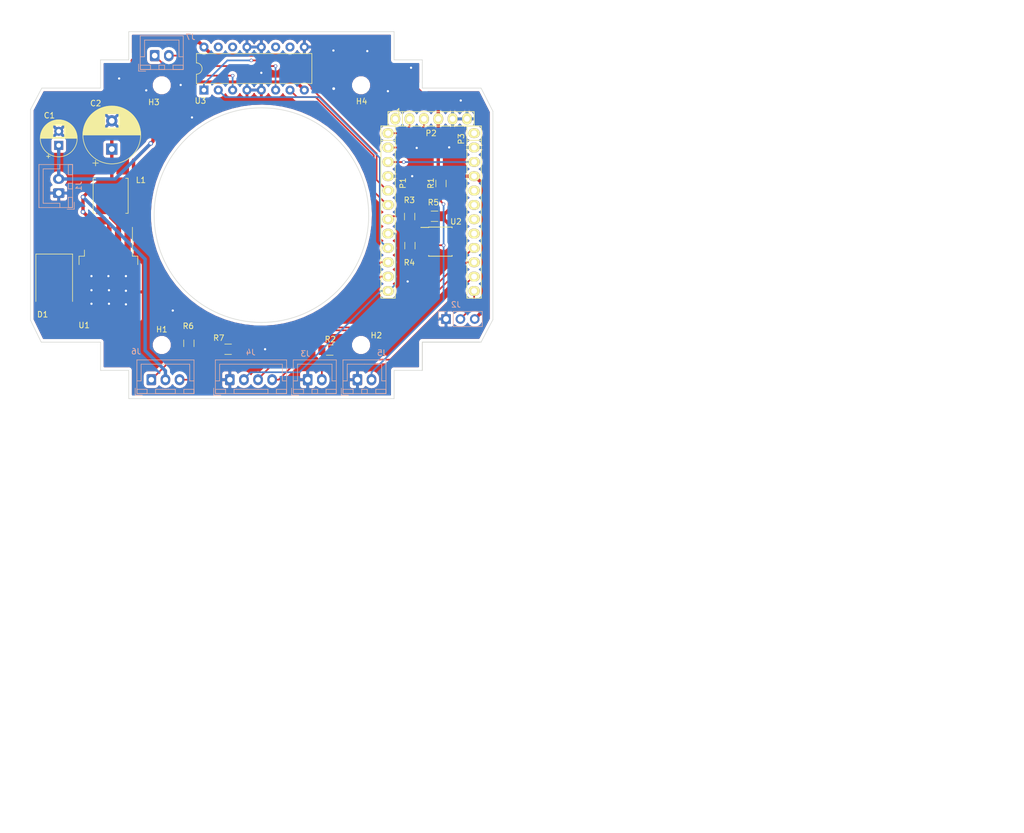
<source format=kicad_pcb>
(kicad_pcb (version 20171130) (host pcbnew 5.0.2-bee76a0~70~ubuntu18.04.1)
  (title_block (date "jeu. 02 avril 2015"))
  (layers (0 F.Cu signal) (31 B.Cu signal) (34 B.Paste user) (35 F.Paste user) (36 B.SilkS user) (37 F.SilkS user) (38 B.Mask user) (39 F.Mask user) (44 Edge.Cuts user))
  (net 0 "")
  (net 1 "/1(Tx)")
  (net 2 "/0(Rx)")
  (net 3 /Reset)
  (net 4 GND)
  (net 5 /2)
  (net 6 /4)
  (net 7 /7)
  (net 8 /8)
  (net 9 +5V)
  (net 10 +12V)
  (net 11 "Net-(D1-Pad1)")
  (net 12 "Net-(J3-Pad2)")
  (net 13 /13)
  (net 14 "Net-(J5-Pad2)")
  (net 15 /6)
  (net 16 /3)
  (net 17 "Net-(J7-Pad2)")
  (net 18 "Net-(J7-Pad1)")
  (net 19 /10)
  (net 20 /11)
  (net 21 /12)
  (net 22 "Net-(R3-Pad2)")
  (net 23 /5)
  (module Connector_JST:JST_XH_B02B-XH-A_1x02_P2.50mm_Vertical (layer B.Cu) (at 120 37.15)
    (fp_text reference J7 (at 6.35 -3.3) (layer B.SilkS) (effects (justify mirror)))
    (fp_text value JST_XH_2pin)
    (pad 1 thru_hole roundrect (at 0 0) (size 1.7 2) (drill 1) (layers *.Cu *.Mask) (roundrect_rratio 0.147059) (net 18 "Net-(J7-Pad1)"))
    (pad 2 thru_hole oval (at 2.5 0) (size 1.7 2) (drill 1) (layers *.Cu *.Mask) (net 17 "Net-(J7-Pad2)"))
  )
  (module Connector_JST:JST_XH_B02B-XH-A_1x02_P2.50mm_Vertical (layer B.Cu) (at 103 61.5 90)
    (fp_text reference J1 (at 1.25 3.55 90) (layer B.SilkS) (effects (justify mirror)))
    (fp_text value JST_XH_2pin)
    (pad 1 thru_hole roundrect (at 0 0 90) (size 1.7 2) (drill 1) (layers *.Cu *.Mask) (roundrect_rratio 0.147059) (net 4 GND))
    (pad 2 thru_hole oval (at 2.5 0 90) (size 1.7 2) (drill 1) (layers *.Cu *.Mask) (net 10 +12V))
  )
  (module Connector_JST:JST_XH_B02B-XH-A_1x02_P2.50mm_Vertical (layer B.Cu) (at 155.9 94.55)
    (fp_text reference J5 (at 4.35 -4.75) (layer B.SilkS) (effects (justify mirror)))
    (fp_text value JST_XH_2pin)
    (pad 2 thru_hole oval (at 2.5 0) (size 1.7 2) (drill 1) (layers *.Cu *.Mask) (net 14 "Net-(J5-Pad2)"))
    (pad 1 thru_hole roundrect (at 0 0) (size 1.7 2) (drill 1) (layers *.Cu *.Mask) (roundrect_rratio 0.147059) (net 4 GND))
  )
  (module Connector_JST:JST_XH_B02B-XH-A_1x02_P2.50mm_Vertical (layer B.Cu) (at 147.1 94.55)
    (fp_text reference J3 (at -0.4 -4.6) (layer B.SilkS) (effects (justify mirror)))
    (fp_text value JST_XH_2pin)
    (pad 2 thru_hole oval (at 2.5 0) (size 1.7 2) (drill 1) (layers *.Cu *.Mask) (net 12 "Net-(J3-Pad2)"))
    (pad 1 thru_hole roundrect (at 0 0) (size 1.7 2) (drill 1) (layers *.Cu *.Mask) (roundrect_rratio 0.147059) (net 4 GND))
  )
  (module Connector_JST:JST_XH_B04B-XH-A_1x04_P2.50mm_Vertical (layer B.Cu) (at 133.3 94.55)
    (fp_text reference J4 (at 3.7 -4.85) (layer B.SilkS) (effects (justify mirror)))
    (fp_text value JST_XH_4pin)
    (pad 4 thru_hole oval (at 7.5 0) (size 1.7 1.95) (drill 0.95) (layers *.Cu *.Mask) (net 21 /12))
    (pad 3 thru_hole oval (at 5 0) (size 1.7 1.95) (drill 0.95) (layers *.Cu *.Mask) (net 13 /13))
    (pad 2 thru_hole oval (at 2.5 0) (size 1.7 1.95) (drill 0.95) (layers *.Cu *.Mask) (net 23 /5))
    (pad 1 thru_hole roundrect (at 0 0) (size 1.7 1.95) (drill 0.95) (layers *.Cu *.Mask) (roundrect_rratio 0.147059) (net 4 GND))
  )
  (module Package_DIP:DIP-16_W7.62mm (layer F.Cu) (at 128.72 43.25 90)
    (fp_text reference U3 (at -1.9 -0.62 180) (layer F.SilkS))
    (fp_text value L293D)
    (pad 1 thru_hole rect (at 0 0 90) (size 1.6 1.6) (drill 0.8) (layers *.Cu *.Mask) (net 5 /2))
    (pad 9 thru_hole oval (at 7.62 17.78 90) (size 1.6 1.6) (drill 0.8) (layers *.Cu *.Mask) (net 4 GND))
    (pad 2 thru_hole oval (at 0 2.54 90) (size 1.6 1.6) (drill 0.8) (layers *.Cu *.Mask) (net 15 /6))
    (pad 10 thru_hole oval (at 7.62 15.24 90) (size 1.6 1.6) (drill 0.8) (layers *.Cu *.Mask))
    (pad 3 thru_hole oval (at 0 5.08 90) (size 1.6 1.6) (drill 0.8) (layers *.Cu *.Mask) (net 18 "Net-(J7-Pad1)"))
    (pad 11 thru_hole oval (at 7.62 12.7 90) (size 1.6 1.6) (drill 0.8) (layers *.Cu *.Mask))
    (pad 4 thru_hole oval (at 0 7.62 90) (size 1.6 1.6) (drill 0.8) (layers *.Cu *.Mask) (net 4 GND))
    (pad 12 thru_hole oval (at 7.62 10.16 90) (size 1.6 1.6) (drill 0.8) (layers *.Cu *.Mask) (net 4 GND))
    (pad 5 thru_hole oval (at 0 10.16 90) (size 1.6 1.6) (drill 0.8) (layers *.Cu *.Mask) (net 4 GND))
    (pad 13 thru_hole oval (at 7.62 7.62 90) (size 1.6 1.6) (drill 0.8) (layers *.Cu *.Mask) (net 4 GND))
    (pad 6 thru_hole oval (at 0 12.7 90) (size 1.6 1.6) (drill 0.8) (layers *.Cu *.Mask) (net 17 "Net-(J7-Pad2)"))
    (pad 14 thru_hole oval (at 7.62 5.08 90) (size 1.6 1.6) (drill 0.8) (layers *.Cu *.Mask))
    (pad 7 thru_hole oval (at 0 15.24 90) (size 1.6 1.6) (drill 0.8) (layers *.Cu *.Mask) (net 16 /3))
    (pad 15 thru_hole oval (at 7.62 2.54 90) (size 1.6 1.6) (drill 0.8) (layers *.Cu *.Mask))
    (pad 8 thru_hole oval (at 0 17.78 90) (size 1.6 1.6) (drill 0.8) (layers *.Cu *.Mask) (net 10 +12V))
    (pad 16 thru_hole oval (at 7.62 0 90) (size 1.6 1.6) (drill 0.8) (layers *.Cu *.Mask) (net 9 +5V))
  )
  (module Socket_Arduino_Pro_Mini:Socket_Strip_Arduino_1x12 (layer F.Cu) (at 161.33 50.89 270)
    (fp_text reference P1 (at 8.86 -2.62 270) (layer F.SilkS))
    (fp_text value Female_Header_12pin)
    (pad 1 thru_hole oval (at 0 0 270) (size 1.7272 2.032) (drill 1.016) (layers *.Cu *.Mask F.SilkS) (net 1 "/1(Tx)"))
    (pad 2 thru_hole oval (at 2.54 0 270) (size 1.7272 2.032) (drill 1.016) (layers *.Cu *.Mask F.SilkS) (net 2 "/0(Rx)"))
    (pad 3 thru_hole oval (at 5.08 0 270) (size 1.7272 2.032) (drill 1.016) (layers *.Cu *.Mask F.SilkS) (net 3 /Reset))
    (pad 4 thru_hole oval (at 7.62 0 270) (size 1.7272 2.032) (drill 1.016) (layers *.Cu *.Mask F.SilkS) (net 4 GND))
    (pad 5 thru_hole oval (at 10.16 0 270) (size 1.7272 2.032) (drill 1.016) (layers *.Cu *.Mask F.SilkS) (net 5 /2))
    (pad 6 thru_hole oval (at 12.7 0 270) (size 1.7272 2.032) (drill 1.016) (layers *.Cu *.Mask F.SilkS) (net 16 /3))
    (pad 7 thru_hole oval (at 15.24 0 270) (size 1.7272 2.032) (drill 1.016) (layers *.Cu *.Mask F.SilkS) (net 6 /4))
    (pad 8 thru_hole oval (at 17.78 0 270) (size 1.7272 2.032) (drill 1.016) (layers *.Cu *.Mask F.SilkS) (net 23 /5))
    (pad 9 thru_hole oval (at 20.32 0 270) (size 1.7272 2.032) (drill 1.016) (layers *.Cu *.Mask F.SilkS) (net 15 /6))
    (pad 10 thru_hole oval (at 22.86 0 270) (size 1.7272 2.032) (drill 1.016) (layers *.Cu *.Mask F.SilkS) (net 7 /7))
    (pad 11 thru_hole oval (at 25.4 0 270) (size 1.7272 2.032) (drill 1.016) (layers *.Cu *.Mask F.SilkS) (net 8 /8))
    (pad 12 thru_hole oval (at 27.94 0 270) (size 1.7272 2.032) (drill 1.016) (layers *.Cu *.Mask F.SilkS) (net 23 /5))
  )
  (module Socket_Arduino_Pro_Mini:Socket_Strip_Arduino_1x06 (layer F.Cu) (at 162.6 48.35)
    (fp_text reference P2 (at 6.35 2.54) (layer F.SilkS))
    (fp_text value Female_Header_6pin)
    (pad 1 thru_hole oval (at 0 0) (size 1.7272 2.032) (drill 1.016) (layers *.Cu *.Mask F.SilkS))
    (pad 2 thru_hole oval (at 2.54 0) (size 1.7272 2.032) (drill 1.016) (layers *.Cu *.Mask F.SilkS) (net 1 "/1(Tx)"))
    (pad 3 thru_hole oval (at 5.08 0) (size 1.7272 2.032) (drill 1.016) (layers *.Cu *.Mask F.SilkS) (net 2 "/0(Rx)"))
    (pad 4 thru_hole oval (at 7.62 0) (size 1.7272 2.032) (drill 1.016) (layers *.Cu *.Mask F.SilkS) (net 9 +5V))
    (pad 5 thru_hole oval (at 10.16 0) (size 1.7272 2.032) (drill 1.016) (layers *.Cu *.Mask F.SilkS) (net 4 GND))
    (pad 6 thru_hole oval (at 12.7 0) (size 1.7272 2.032) (drill 1.016) (layers *.Cu *.Mask F.SilkS) (net 4 GND))
  )
  (module Socket_Arduino_Pro_Mini:Socket_Strip_Arduino_1x12 (layer F.Cu) (at 176.57 50.89 270)
    (fp_text reference P3 (at 1.016 2.286 270) (layer F.SilkS))
    (fp_text value Female_Header_12pin)
    (pad 1 thru_hole oval (at 0 0 270) (size 1.7272 2.032) (drill 1.016) (layers *.Cu *.Mask F.SilkS))
    (pad 2 thru_hole oval (at 2.54 0 270) (size 1.7272 2.032) (drill 1.016) (layers *.Cu *.Mask F.SilkS) (net 4 GND))
    (pad 3 thru_hole oval (at 5.08 0 270) (size 1.7272 2.032) (drill 1.016) (layers *.Cu *.Mask F.SilkS) (net 3 /Reset))
    (pad 4 thru_hole oval (at 7.62 0 270) (size 1.7272 2.032) (drill 1.016) (layers *.Cu *.Mask F.SilkS) (net 9 +5V))
    (pad 5 thru_hole oval (at 10.16 0 270) (size 1.7272 2.032) (drill 1.016) (layers *.Cu *.Mask F.SilkS))
    (pad 6 thru_hole oval (at 12.7 0 270) (size 1.7272 2.032) (drill 1.016) (layers *.Cu *.Mask F.SilkS))
    (pad 7 thru_hole oval (at 15.24 0 270) (size 1.7272 2.032) (drill 1.016) (layers *.Cu *.Mask F.SilkS))
    (pad 8 thru_hole oval (at 17.78 0 270) (size 1.7272 2.032) (drill 1.016) (layers *.Cu *.Mask F.SilkS))
    (pad 9 thru_hole oval (at 20.32 0 270) (size 1.7272 2.032) (drill 1.016) (layers *.Cu *.Mask F.SilkS) (net 13 /13))
    (pad 10 thru_hole oval (at 22.86 0 270) (size 1.7272 2.032) (drill 1.016) (layers *.Cu *.Mask F.SilkS) (net 21 /12))
    (pad 11 thru_hole oval (at 25.4 0 270) (size 1.7272 2.032) (drill 1.016) (layers *.Cu *.Mask F.SilkS) (net 20 /11))
    (pad 12 thru_hole oval (at 27.94 0 270) (size 1.7272 2.032) (drill 1.016) (layers *.Cu *.Mask F.SilkS) (net 19 /10))
  )
  (module Package_SO:SOIC-8_3.9x4.9mm_P1.27mm (layer F.Cu) (at 170.6 70.1)
    (fp_text reference U2 (at 2.75 -3.55) (layer F.SilkS))
    (fp_text value LM393)
    (pad 1 smd rect (at -2.7 -1.905) (size 1.55 0.6) (layers F.Cu F.Paste F.Mask) (net 6 /4))
    (pad 2 smd rect (at -2.7 -0.635) (size 1.55 0.6) (layers F.Cu F.Paste F.Mask) (net 22 "Net-(R3-Pad2)"))
    (pad 3 smd rect (at -2.7 0.635) (size 1.55 0.6) (layers F.Cu F.Paste F.Mask) (net 14 "Net-(J5-Pad2)"))
    (pad 4 smd rect (at -2.7 1.905) (size 1.55 0.6) (layers F.Cu F.Paste F.Mask) (net 4 GND))
    (pad 5 smd rect (at 2.7 1.905) (size 1.55 0.6) (layers F.Cu F.Paste F.Mask) (net 4 GND))
    (pad 6 smd rect (at 2.7 0.635) (size 1.55 0.6) (layers F.Cu F.Paste F.Mask) (net 4 GND))
    (pad 7 smd rect (at 2.7 -0.635) (size 1.55 0.6) (layers F.Cu F.Paste F.Mask))
    (pad 8 smd rect (at 2.7 -1.905) (size 1.55 0.6) (layers F.Cu F.Paste F.Mask) (net 9 +5V))
  )
  (module Package_TO_SOT_SMD:TO-263-5_TabPin3 (layer F.Cu) (at 111.8 75.625 270)
    (fp_text reference U1 (at 9.275 4.3) (layer F.SilkS))
    (fp_text value LM2576R-5.0)
    (pad 1 smd rect (at -5.775 -3.4 270) (size 4.6 1.1) (layers F.Cu F.Paste F.Mask) (net 10 +12V))
    (pad 2 smd rect (at -5.775 -1.7 270) (size 4.6 1.1) (layers F.Cu F.Paste F.Mask) (net 11 "Net-(D1-Pad1)"))
    (pad 3 smd rect (at -5.775 0 270) (size 4.6 1.1) (layers F.Cu F.Paste F.Mask) (net 4 GND))
    (pad 4 smd rect (at -5.775 1.7 270) (size 4.6 1.1) (layers F.Cu F.Paste F.Mask) (net 9 +5V))
    (pad 5 smd rect (at -5.775 3.4 270) (size 4.6 1.1) (layers F.Cu F.Paste F.Mask) (net 4 GND))
    (pad 3 smd rect (at 3.375 0 270) (size 9.4 10.8) (layers F.Cu F.Mask) (net 4 GND))
  )
  (module Connector_PinHeader_2.54mm:PinHeader_1x03_P2.54mm_Vertical (layer B.Cu) (at 171.6 83.8 270)
    (fp_text reference J2 (at -2.55 -1.75 180) (layer B.SilkS) (effects (justify mirror)))
    (fp_text value Header_3pin_Male)
    (pad 1 thru_hole rect (at 0 0 270) (size 1.7 1.7) (drill 1) (layers *.Cu *.Mask) (net 4 GND))
    (pad 2 thru_hole oval (at 0 -2.54 270) (size 1.7 1.7) (drill 1) (layers *.Cu *.Mask) (net 19 /10))
    (pad 3 thru_hole oval (at 0 -5.08 270) (size 1.7 1.7) (drill 1) (layers *.Cu *.Mask) (net 9 +5V))
  )
  (module Inductor_SMD:L_Bourns_SRN6045TA (layer F.Cu) (at 112.2 61.975 90)
    (fp_text reference L1 (at 2.775 5.35 180) (layer F.SilkS))
    (fp_text value SRN6045-101M)
    (pad 1 smd rect (at -2.075 0 90) (size 2.35 5.1) (layers F.Cu F.Paste F.Mask) (net 11 "Net-(D1-Pad1)"))
    (pad 2 smd rect (at 2.075 0 90) (size 2.35 5.1) (layers F.Cu F.Paste F.Mask) (net 9 +5V))
  )
  (module Resistor_SMD:R_1206_3216Metric (layer F.Cu) (at 170.7 59.8 270)
    (fp_text reference R1 (at -0.05 1.8 270) (layer F.SilkS))
    (fp_text value 60K)
    (pad 1 smd roundrect (at -1.4 0 270) (size 1.25 1.75) (layers F.Cu F.Paste F.Mask) (roundrect_rratio 0.2) (net 9 +5V))
    (pad 2 smd roundrect (at 1.4 0 270) (size 1.25 1.75) (layers F.Cu F.Paste F.Mask) (roundrect_rratio 0.2) (net 14 "Net-(J5-Pad2)"))
  )
  (module Resistor_SMD:R_1206_3216Metric (layer F.Cu) (at 151 89.3 180)
    (fp_text reference R2 (at -0.1 1.9 180) (layer F.SilkS))
    (fp_text value 150R)
    (pad 2 smd roundrect (at 1.4 0 180) (size 1.25 1.75) (layers F.Cu F.Paste F.Mask) (roundrect_rratio 0.2) (net 12 "Net-(J3-Pad2)"))
    (pad 1 smd roundrect (at -1.4 0 180) (size 1.25 1.75) (layers F.Cu F.Paste F.Mask) (roundrect_rratio 0.2) (net 20 /11))
  )
  (module Resistor_SMD:R_1206_3216Metric (layer F.Cu) (at 165.15 65.65 270)
    (fp_text reference R3 (at -2.9 0.05) (layer F.SilkS))
    (fp_text value 100K)
    (pad 2 smd roundrect (at 1.4 0 270) (size 1.25 1.75) (layers F.Cu F.Paste F.Mask) (roundrect_rratio 0.2) (net 22 "Net-(R3-Pad2)"))
    (pad 1 smd roundrect (at -1.4 0 270) (size 1.25 1.75) (layers F.Cu F.Paste F.Mask) (roundrect_rratio 0.2) (net 9 +5V))
  )
  (module Resistor_SMD:R_1206_3216Metric (layer F.Cu) (at 165.2 70.8 270)
    (fp_text reference R4 (at 3 0.1) (layer F.SilkS))
    (fp_text value 100K)
    (pad 1 smd roundrect (at -1.4 0 270) (size 1.25 1.75) (layers F.Cu F.Paste F.Mask) (roundrect_rratio 0.2) (net 22 "Net-(R3-Pad2)"))
    (pad 2 smd roundrect (at 1.4 0 270) (size 1.25 1.75) (layers F.Cu F.Paste F.Mask) (roundrect_rratio 0.2) (net 4 GND))
  )
  (module Resistor_SMD:R_1206_3216Metric (layer F.Cu) (at 126.05 88.1 90)
    (fp_text reference R6 (at 3.05 -0.1 180) (layer F.SilkS))
    (fp_text value 100K)
    (pad 2 smd roundrect (at 1.4 0 90) (size 1.25 1.75) (layers F.Cu F.Paste F.Mask) (roundrect_rratio 0.2) (net 4 GND))
    (pad 1 smd roundrect (at -1.4 0 90) (size 1.25 1.75) (layers F.Cu F.Paste F.Mask) (roundrect_rratio 0.2) (net 7 /7))
  )
  (module Resistor_SMD:R_1206_3216Metric (layer F.Cu) (at 133 89.15)
    (fp_text reference R7 (at -1.65 -2) (layer F.SilkS))
    (fp_text value 100K)
    (pad 1 smd roundrect (at -1.4 0) (size 1.25 1.75) (layers F.Cu F.Paste F.Mask) (roundrect_rratio 0.2) (net 8 /8))
    (pad 2 smd roundrect (at 1.4 0) (size 1.25 1.75) (layers F.Cu F.Paste F.Mask) (roundrect_rratio 0.2) (net 4 GND))
  )
  (module Capacitor_THT:CP_Radial_D6.3mm_P2.50mm (layer F.Cu) (at 103 53.05 90)
    (fp_text reference C1 (at 5.3 -1.65 180) (layer F.SilkS))
    (fp_text value 100uF,25V)
    (pad 1 thru_hole rect (at 0 0 90) (size 1.6 1.6) (drill 0.8) (layers *.Cu *.Mask) (net 10 +12V))
    (pad 2 thru_hole circle (at 2.5 0 90) (size 1.6 1.6) (drill 0.8) (layers *.Cu *.Mask) (net 4 GND))
  )
  (module Capacitor_THT:CP_Radial_D10.0mm_P5.00mm (layer F.Cu) (at 112.4 53.7 90)
    (fp_text reference C2 (at 8.1 -2.85 180) (layer F.SilkS))
    (fp_text value 1000uF,16V)
    (pad 1 thru_hole rect (at 0 0 90) (size 2 2) (drill 1) (layers *.Cu *.Mask) (net 9 +5V))
    (pad 2 thru_hole circle (at 5 0 90) (size 2 2) (drill 1) (layers *.Cu *.Mask) (net 4 GND))
  )
  (module Diode_SMD:D_SMC (layer F.Cu) (at 102.2 77.1 270)
    (fp_text reference D1 (at 5.9 2.05) (layer F.SilkS))
    (fp_text value SS34)
    (pad 1 smd rect (at -3.4 0) (size 3.3 2.5) (layers F.Cu F.Paste F.Mask) (net 11 "Net-(D1-Pad1)"))
    (pad 2 smd rect (at 3.4 0) (size 3.3 2.5) (layers F.Cu F.Paste F.Mask) (net 4 GND))
  )
  (module Connector_JST:JST_XH_B03B-XH-A_1x03_P2.50mm_Vertical (layer B.Cu) (at 119.4 94.55)
    (fp_text reference J6 (at -2.7 -5) (layer B.SilkS) (effects (justify mirror)))
    (fp_text value JST_XH_3pin)
    (pad 1 thru_hole roundrect (at 0 0) (size 1.7 1.95) (drill 0.95) (layers *.Cu *.Mask) (roundrect_rratio 0.147059) (net 7 /7))
    (pad 2 thru_hole oval (at 2.5 0) (size 1.7 1.95) (drill 0.95) (layers *.Cu *.Mask) (net 9 +5V))
    (pad 3 thru_hole oval (at 5 0) (size 1.7 1.95) (drill 0.95) (layers *.Cu *.Mask) (net 8 /8))
  )
  (module Resistor_SMD:R_1206_3216Metric (layer F.Cu) (at 169.55 65.6 180)
    (fp_text reference R5 (at 0.2 2.45 180) (layer F.SilkS))
    (fp_text value 10K)
    (pad 1 smd roundrect (at -1.4 0 180) (size 1.25 1.75) (layers F.Cu F.Paste F.Mask) (roundrect_rratio 0.2) (net 9 +5V))
    (pad 2 smd roundrect (at 1.4 0 180) (size 1.25 1.75) (layers F.Cu F.Paste F.Mask) (roundrect_rratio 0.2) (net 6 /4))
  )
  (module MountingHole:MountingHole_2.2mm_M2_ISO7380 (layer F.Cu) (at 121.25 88.4)
    (fp_text reference H1 (at 0 -2.75) (layer F.SilkS))
    (fp_text value MountingHole)
    (pad 1 np_thru_hole circle (at 0 0) (size 2.2 2.2) (drill 2.2) (layers *.Cu *.Mask))
  )
  (module MountingHole:MountingHole_2.2mm_M2_ISO7380 (layer F.Cu) (at 156.55 88.4)
    (fp_text reference H2 (at 2.7 -1.7) (layer F.SilkS))
    (fp_text value MountingHole)
    (pad 1 np_thru_hole circle (at 0 0) (size 2.2 2.2) (drill 2.2) (layers *.Cu *.Mask))
  )
  (module MountingHole:MountingHole_2.2mm_M2_ISO7380 (layer F.Cu) (at 121.25 42.4)
    (fp_text reference H3 (at -1.4 3) (layer F.SilkS))
    (fp_text value MountingHole)
    (pad 1 np_thru_hole circle (at 0 0) (size 2.2 2.2) (drill 2.2) (layers *.Cu *.Mask))
  )
  (module MountingHole:MountingHole_2.2mm_M2_ISO7380 (layer F.Cu) (at 156.55 42.4)
    (fp_text reference H4 (at 0.1 2.85) (layer F.SilkS))
    (fp_text value MountingHole)
    (pad 1 np_thru_hole circle (at 0 0) (size 2.2 2.2) (drill 2.2) (layers *.Cu *.Mask))
  )
  (gr_line (start 179.9 83.9) (end 177.8 87.9) (layer Edge.Cuts) (width 0.1))
  (gr_line (start 98 84) (end 99.9 87.9) (layer Edge.Cuts) (width 0.1))
  (gr_line (start 100 42.9) (end 98 46.7) (layer Edge.Cuts) (width 0.1))
  (gr_line (start 177.8 42.9) (end 179.9 47) (layer Edge.Cuts) (width 0.1))
  (gr_line (start 115.4 92.9) (end 115.4 97.9) (layer Edge.Cuts) (width 0.1))
  (gr_line (start 110.4 92.9) (end 115.4 92.9) (layer Edge.Cuts) (width 0.1))
  (gr_line (start 110.4 87.9) (end 110.4 92.9) (layer Edge.Cuts) (width 0.1))
  (gr_line (start 99.9 87.9) (end 110.4 87.9) (layer Edge.Cuts) (width 0.1))
  (gr_line (start 162.4 97.9) (end 115.4 97.9) (layer Edge.Cuts) (width 0.1))
  (gr_line (start 162.4 92.9) (end 162.4 97.9) (layer Edge.Cuts) (width 0.1))
  (gr_line (start 167.4 92.9) (end 162.4 92.9) (layer Edge.Cuts) (width 0.1))
  (gr_line (start 167.4 87.9) (end 167.4 92.9) (layer Edge.Cuts) (width 0.15))
  (gr_line (start 167.4 87.9) (end 177.8 87.9) (layer Edge.Cuts) (width 0.15))
  (gr_line (start 167.4 42.9) (end 177.8 42.9) (layer Edge.Cuts) (width 0.1))
  (gr_line (start 167.4 42.6) (end 167.4 42.9) (layer Edge.Cuts) (width 0.1))
  (gr_line (start 167.4 41.8) (end 167.4 42.6) (layer Edge.Cuts) (width 0.1))
  (gr_line (start 167.4 37.9) (end 167.4 41.8) (layer Edge.Cuts) (width 0.1))
  (gr_line (start 110.4 42.9) (end 100 42.9) (layer Edge.Cuts) (width 0.1))
  (gr_line (start 110.4 37.9) (end 110.4 42.9) (layer Edge.Cuts) (width 0.1))
  (gr_line (start 179.9 83.9) (end 179.9 47) (layer Edge.Cuts) (width 0.1))
  (gr_line (start 98 84) (end 98 46.7) (layer Edge.Cuts) (width 0.1))
  (gr_line (start 162.4 37.9) (end 167.4 37.9) (layer Edge.Cuts) (width 0.1))
  (gr_line (start 162.4 32.9) (end 162.4 37.9) (layer Edge.Cuts) (width 0.1))
  (gr_line (start 115.4 32.9) (end 162.4 32.9) (layer Edge.Cuts) (width 0.1))
  (gr_line (start 115.4 33) (end 115.4 32.9) (layer Edge.Cuts) (width 0.1))
  (gr_line (start 115.4 37.9) (end 115.4 33) (layer Edge.Cuts) (width 0.1))
  (gr_line (start 110.4 37.9) (end 115.4 37.9) (layer Edge.Cuts) (width 0.1))
  (gr_circle (center 138.9 65.4) (end 157.9 65.5) (layer Edge.Cuts) (width 0.1))
  (gr_text 1 (at 163.232 47.047) (layer F.SilkS) (effects (font (size 1 1))))
  (segment (start 165.14 48.5024) (end 165.14 48.35) (width 0.3) (layer F.Cu) (net 1))
  (segment (start 162.646 50.89) (end 161.33 50.89) (width 0.3) (layer F.Cu) (net 1))
  (segment (start 163.916 50.89) (end 162.646 50.89) (width 0.3) (layer F.Cu) (net 1))
  (segment (start 165.14 49.666) (end 163.916 50.89) (width 0.3) (layer F.Cu) (net 1))
  (segment (start 165.14 48.35) (end 165.14 49.666) (width 0.3) (layer F.Cu) (net 1))
  (segment (start 167.68 48.5024) (end 167.68 48.35) (width 0.3) (layer F.Cu) (net 2))
  (segment (start 162.646 53.43) (end 161.33 53.43) (width 0.3) (layer F.Cu) (net 2))
  (segment (start 167.68 49.666) (end 163.916 53.43) (width 0.3) (layer F.Cu) (net 2))
  (segment (start 163.916 53.43) (end 162.646 53.43) (width 0.3) (layer F.Cu) (net 2))
  (segment (start 167.68 48.35) (end 167.68 49.666) (width 0.3) (layer F.Cu) (net 2))
  (segment (start 175.254 55.97) (end 175.224 56) (width 0.3) (layer B.Cu) (net 3))
  (segment (start 176.57 55.97) (end 175.254 55.97) (width 0.3) (layer B.Cu) (net 3))
  (via (at 164.1 56) (size 0.6) (drill 0.4) (layers F.Cu B.Cu) (net 3))
  (segment (start 175.224 56) (end 164.1 56) (width 0.3) (layer B.Cu) (net 3))
  (segment (start 161.36 56) (end 161.33 55.97) (width 0.3) (layer F.Cu) (net 3))
  (segment (start 164.1 56) (end 161.36 56) (width 0.3) (layer F.Cu) (net 3))
  (via (at 114.9 81.2) (size 0.6) (drill 0.4) (layers F.Cu B.Cu) (net 4))
  (via (at 111.9 81.1) (size 0.6) (drill 0.4) (layers F.Cu B.Cu) (net 4))
  (via (at 108.8 81.1) (size 0.6) (drill 0.4) (layers F.Cu B.Cu) (net 4))
  (via (at 114.9 78.8) (size 0.6) (drill 0.4) (layers F.Cu B.Cu) (net 4))
  (via (at 111.9 78.7) (size 0.6) (drill 0.4) (layers F.Cu B.Cu) (net 4))
  (via (at 108.8 78.7) (size 0.6) (drill 0.4) (layers F.Cu B.Cu) (net 4))
  (via (at 114.9 76.2) (size 0.6) (drill 0.4) (layers F.Cu B.Cu) (net 4))
  (via (at 111.8 76.2) (size 0.6) (drill 0.4) (layers F.Cu B.Cu) (net 4))
  (via (at 108.8 76.2) (size 0.6) (drill 0.4) (layers F.Cu B.Cu) (net 4))
  (via (at 126.6 48.1) (size 0.6) (drill 0.4) (layers F.Cu B.Cu) (net 4))
  (via (at 118.5 43.3) (size 0.6) (drill 0.4) (layers F.Cu B.Cu) (net 4))
  (segment (start 108.4 72.75) (end 108.4 69.85) (width 0.6) (layer F.Cu) (net 4))
  (segment (start 111.799999 72.750001) (end 108.4 72.75) (width 0.6) (layer F.Cu) (net 4))
  (segment (start 111.8 69.85) (end 111.799999 72.750001) (width 0.6) (layer F.Cu) (net 4))
  (via (at 151.65 36.25) (size 0.6) (drill 0.4) (layers F.Cu B.Cu) (net 4))
  (via (at 161.3 43.45) (size 0.6) (drill 0.4) (layers F.Cu B.Cu) (net 4))
  (via (at 157.65 36.35) (size 0.6) (drill 0.4) (layers F.Cu B.Cu) (net 4))
  (via (at 151.7 43) (size 0.8) (drill 0.5) (layers F.Cu B.Cu) (net 4))
  (via (at 165.6 58.5) (size 0.6) (drill 0.4) (layers F.Cu B.Cu) (net 4))
  (via (at 139.55 89.15) (size 0.6) (drill 0.4) (layers F.Cu B.Cu) (net 4))
  (via (at 123.2 82.3) (size 0.6) (drill 0.4) (layers F.Cu B.Cu) (net 4))
  (via (at 166.4 53.5) (size 0.6) (drill 0.4) (layers F.Cu B.Cu) (net 4))
  (via (at 164.8 77.15) (size 0.6) (drill 0.4) (layers F.Cu B.Cu) (net 4))
  (via (at 113.7 41.2) (size 0.6) (drill 0.4) (layers F.Cu B.Cu) (net 4))
  (via (at 165.4 39.3) (size 0.6) (drill 0.4) (layers F.Cu B.Cu) (net 4))
  (segment (start 138.88 40.2) (end 138.88 35.63) (width 0.6) (layer B.Cu) (net 4))
  (via (at 138.88 40.2) (size 0.6) (drill 0.4) (layers F.Cu B.Cu) (net 4))
  (via (at 124.6 42.35) (size 0.6) (drill 0.4) (layers F.Cu B.Cu) (net 4))
  (via (at 174.2 45.1) (size 0.6) (drill 0.4) (layers F.Cu B.Cu) (net 4))
  (via (at 172.15 53.4) (size 0.6) (drill 0.4) (layers F.Cu B.Cu) (net 4))
  (segment (start 138.88 43.25) (end 138.88 40.2) (width 0.6) (layer B.Cu) (net 4))
  (via (at 137.1 38) (size 0.6) (drill 0.4) (layers F.Cu B.Cu) (net 5))
  (segment (start 136.675736 38) (end 137.1 38) (width 0.3) (layer B.Cu) (net 5))
  (segment (start 128.72 43.25) (end 128.72 42.15) (width 0.3) (layer B.Cu) (net 5))
  (segment (start 132.87 38) (end 136.675736 38) (width 0.3) (layer B.Cu) (net 5))
  (segment (start 128.72 42.15) (end 132.87 38) (width 0.3) (layer B.Cu) (net 5))
  (segment (start 161.33 61.05) (end 161.1776 61.05) (width 0.3) (layer F.Cu) (net 5))
  (segment (start 161.1776 61.05) (end 159.3 59.1724) (width 0.3) (layer F.Cu) (net 5))
  (segment (start 147.775012 42.975012) (end 159.3 54.5) (width 0.3) (layer F.Cu) (net 5))
  (segment (start 147.775012 42.67501) (end 147.775012 42.975012) (width 0.3) (layer F.Cu) (net 5))
  (segment (start 143.100002 38) (end 147.775012 42.67501) (width 0.3) (layer F.Cu) (net 5))
  (segment (start 137.1 38) (end 143.100002 38) (width 0.3) (layer F.Cu) (net 5))
  (segment (start 159.3 59.1724) (end 159.3 54.5) (width 0.3) (layer F.Cu) (net 5))
  (segment (start 161.4824 66.13) (end 161.33 66.13) (width 0.3) (layer B.Cu) (net 6))
  (segment (start 161.86 65.6) (end 161.33 66.13) (width 0.3) (layer F.Cu) (net 6))
  (segment (start 168.15 65.6) (end 161.86 65.6) (width 0.3) (layer F.Cu) (net 6))
  (segment (start 168.15 67.945) (end 167.9 68.195) (width 0.3) (layer F.Cu) (net 6))
  (segment (start 168.15 65.6) (end 168.15 67.945) (width 0.3) (layer F.Cu) (net 6))
  (segment (start 119.5 94.45) (end 119.4 94.55) (width 0.3) (layer F.Cu) (net 7))
  (segment (start 124.45 89.5) (end 119.4 94.55) (width 0.3) (layer F.Cu) (net 7))
  (segment (start 126.05 89.5) (end 124.45 89.5) (width 0.3) (layer F.Cu) (net 7))
  (segment (start 126.74571 88.80429) (end 126.05 89.5) (width 0.3) (layer F.Cu) (net 7))
  (segment (start 127.72501 87.82499) (end 126.74571 88.80429) (width 0.3) (layer F.Cu) (net 7))
  (segment (start 146.84291 84.29997) (end 143.31789 87.82499) (width 0.3) (layer F.Cu) (net 7))
  (segment (start 149.46403 84.29997) (end 146.84291 84.29997) (width 0.3) (layer F.Cu) (net 7))
  (segment (start 160.014 73.75) (end 149.46403 84.29997) (width 0.3) (layer F.Cu) (net 7))
  (segment (start 143.31789 87.82499) (end 127.72501 87.82499) (width 0.3) (layer F.Cu) (net 7))
  (segment (start 161.33 73.75) (end 160.014 73.75) (width 0.3) (layer F.Cu) (net 7))
  (segment (start 161.1776 76.29) (end 161.33 76.29) (width 0.3) (layer F.Cu) (net 8))
  (segment (start 161.33 76.29) (end 161.4824 76.29) (width 0.3) (layer F.Cu) (net 8))
  (segment (start 126.2 94.55) (end 131.6 89.15) (width 0.3) (layer F.Cu) (net 8))
  (segment (start 124.4 94.55) (end 126.2 94.55) (width 0.3) (layer F.Cu) (net 8))
  (segment (start 161.33 76.29) (end 160.014 76.29) (width 0.3) (layer F.Cu) (net 8))
  (segment (start 151.50402 84.79998) (end 147.05002 84.79998) (width 0.3) (layer F.Cu) (net 8))
  (segment (start 160.014 76.29) (end 151.50402 84.79998) (width 0.3) (layer F.Cu) (net 8))
  (segment (start 132.92501 90.47501) (end 132.29571 89.84571) (width 0.3) (layer F.Cu) (net 8))
  (segment (start 132.29571 89.84571) (end 131.6 89.15) (width 0.3) (layer F.Cu) (net 8))
  (segment (start 141.37499 90.47501) (end 132.92501 90.47501) (width 0.3) (layer F.Cu) (net 8))
  (segment (start 147.05002 84.79998) (end 141.37499 90.47501) (width 0.3) (layer F.Cu) (net 8))
  (segment (start 110.1 71.810002) (end 110.1 69.85) (width 0.5) (layer F.Cu) (net 9))
  (segment (start 110.1 67.889998) (end 110.1 69.85) (width 0.5) (layer F.Cu) (net 9))
  (segment (start 112.2 59.9) (end 110.825 59.9) (width 0.6) (layer F.Cu) (net 9))
  (segment (start 113.575 59.9) (end 112.2 59.9) (width 0.6) (layer F.Cu) (net 9))
  (via (at 107.3 62.2) (size 0.8) (drill 0.5) (layers F.Cu B.Cu) (net 9))
  (segment (start 112.2 59.9) (end 109.6 59.9) (width 0.6) (layer F.Cu) (net 9))
  (segment (start 109.6 59.9) (end 107.3 62.2) (width 0.6) (layer F.Cu) (net 9))
  (segment (start 110.1 67.619998) (end 110.1 69.85) (width 0.6) (layer F.Cu) (net 9))
  (segment (start 107.3 62.2) (end 107.3 64.819998) (width 0.6) (layer F.Cu) (net 9))
  (segment (start 107.3 64.819998) (end 110.1 67.619998) (width 0.6) (layer F.Cu) (net 9))
  (via (at 107.3 64.819998) (size 0.8) (drill 0.5) (layers F.Cu B.Cu) (net 9))
  (segment (start 170.22 47.735) (end 170.22 48.35) (width 0.6) (layer F.Cu) (net 9))
  (segment (start 174.734999 58.290999) (end 174.954 58.51) (width 0.6) (layer F.Cu) (net 9))
  (segment (start 170.22 48.35) (end 170.22 48.5024) (width 0.6) (layer F.Cu) (net 9))
  (segment (start 170.22 57.32) (end 171.3 58.4) (width 0.6) (layer F.Cu) (net 9))
  (segment (start 170.22 48.35) (end 170.22 57.32) (width 0.6) (layer F.Cu) (net 9))
  (segment (start 174.954 58.51) (end 176.57 58.51) (width 0.6) (layer F.Cu) (net 9))
  (segment (start 174.14829 57.70429) (end 174.954 58.51) (width 0.6) (layer F.Cu) (net 9))
  (segment (start 171.39571 57.70429) (end 174.14829 57.70429) (width 0.6) (layer F.Cu) (net 9))
  (segment (start 170.7 58.4) (end 171.39571 57.70429) (width 0.6) (layer F.Cu) (net 9))
  (segment (start 176.57 58.51) (end 176.7224 58.51) (width 0.6) (layer F.Cu) (net 9))
  (segment (start 176.7224 58.51) (end 178.186 59.9736) (width 0.6) (layer F.Cu) (net 9))
  (segment (start 177.529999 82.950001) (end 176.68 83.8) (width 0.6) (layer F.Cu) (net 9))
  (segment (start 178.18601 82.29399) (end 177.529999 82.950001) (width 0.6) (layer F.Cu) (net 9))
  (segment (start 178.18601 73.143753) (end 178.18601 82.29399) (width 0.6) (layer F.Cu) (net 9))
  (segment (start 178.186 73.143743) (end 178.18601 73.143753) (width 0.6) (layer F.Cu) (net 9))
  (segment (start 178.186 59.9736) (end 178.186 73.143743) (width 0.6) (layer F.Cu) (net 9))
  (segment (start 112.4 59.7) (end 112.2 59.9) (width 0.6) (layer F.Cu) (net 9))
  (segment (start 112.4 52.1) (end 112.4 53.7) (width 0.6) (layer F.Cu) (net 9))
  (segment (start 114.02071 50.47929) (end 112.4 52.1) (width 0.6) (layer F.Cu) (net 9))
  (segment (start 114.02071 44.078667) (end 114.02071 50.47929) (width 0.6) (layer F.Cu) (net 9))
  (segment (start 112.4 53.7) (end 112.4 59.7) (width 0.6) (layer F.Cu) (net 9))
  (segment (start 118.3 89.375) (end 118.3 73.2) (width 0.6) (layer B.Cu) (net 9))
  (segment (start 121.9 92.975) (end 118.3 89.375) (width 0.6) (layer B.Cu) (net 9))
  (segment (start 121.9 94.55) (end 121.9 92.975) (width 0.6) (layer B.Cu) (net 9))
  (segment (start 107.3 62.2) (end 118.3 73.2) (width 0.6) (layer B.Cu) (net 9))
  (segment (start 119.219999 34.830001) (end 127.920001 34.830001) (width 0.6) (layer F.Cu) (net 9))
  (segment (start 127.920001 34.830001) (end 128.72 35.63) (width 0.6) (layer F.Cu) (net 9))
  (segment (start 116.05001 37.99999) (end 119.219999 34.830001) (width 0.6) (layer F.Cu) (net 9))
  (segment (start 116.05001 42.049367) (end 116.05001 37.99999) (width 0.6) (layer F.Cu) (net 9))
  (segment (start 114.02071 44.078667) (end 116.05001 42.049367) (width 0.6) (layer F.Cu) (net 9))
  (segment (start 170.22 46.734) (end 170.22 48.35) (width 0.6) (layer F.Cu) (net 9))
  (segment (start 162.676 39.19) (end 170.22 46.734) (width 0.6) (layer F.Cu) (net 9))
  (segment (start 145.350676 39.19) (end 162.676 39.19) (width 0.6) (layer F.Cu) (net 9))
  (segment (start 130.120001 37.030001) (end 143.190677 37.030001) (width 0.6) (layer F.Cu) (net 9))
  (segment (start 143.190677 37.030001) (end 145.350676 39.19) (width 0.6) (layer F.Cu) (net 9))
  (segment (start 128.72 35.63) (end 130.120001 37.030001) (width 0.6) (layer F.Cu) (net 9))
  (segment (start 171.64571 64.90429) (end 170.95 65.6) (width 0.6) (layer F.Cu) (net 9))
  (segment (start 172.200001 64.349999) (end 171.64571 64.90429) (width 0.6) (layer F.Cu) (net 9))
  (segment (start 172.200001 59.900001) (end 172.200001 64.349999) (width 0.6) (layer F.Cu) (net 9))
  (segment (start 170.7 58.4) (end 172.200001 59.900001) (width 0.6) (layer F.Cu) (net 9))
  (segment (start 169.47499 64.12499) (end 170.25429 64.90429) (width 0.6) (layer F.Cu) (net 9))
  (segment (start 166.25001 64.12499) (end 169.47499 64.12499) (width 0.6) (layer F.Cu) (net 9))
  (segment (start 170.25429 64.90429) (end 170.95 65.6) (width 0.6) (layer F.Cu) (net 9))
  (segment (start 166.125 64.25) (end 166.25001 64.12499) (width 0.6) (layer F.Cu) (net 9))
  (segment (start 165.15 64.25) (end 166.125 64.25) (width 0.6) (layer F.Cu) (net 9))
  (segment (start 170.95 65.845) (end 173.3 68.195) (width 0.6) (layer F.Cu) (net 9))
  (segment (start 170.95 65.6) (end 170.95 65.845) (width 0.6) (layer F.Cu) (net 9))
  (segment (start 146.5 43.25) (end 146.032002 43.25) (width 0.6) (layer F.Cu) (net 10))
  (segment (start 115.2 68.1) (end 115.2 69.85) (width 0.6) (layer F.Cu) (net 10))
  (via (at 119.3 52.7) (size 0.8) (drill 0.5) (layers F.Cu B.Cu) (net 10))
  (segment (start 115.2 66.95) (end 115.2 69.85) (width 0.6) (layer F.Cu) (net 10))
  (segment (start 116.25001 65.89999) (end 115.2 66.95) (width 0.6) (layer F.Cu) (net 10))
  (segment (start 116.25001 55.64999) (end 116.25001 65.89999) (width 0.6) (layer F.Cu) (net 10))
  (segment (start 116.35001 55.64999) (end 119.3 52.7) (width 0.6) (layer F.Cu) (net 10))
  (segment (start 116.25001 55.64999) (end 116.35001 55.64999) (width 0.6) (layer F.Cu) (net 10))
  (segment (start 119.15 52.85) (end 119.3 52.7) (width 0.6) (layer B.Cu) (net 10))
  (segment (start 146.5 43.25) (end 145.099999 41.849999) (width 0.6) (layer F.Cu) (net 10))
  (segment (start 145.099999 41.849999) (end 127.439999 41.849999) (width 0.6) (layer F.Cu) (net 10))
  (segment (start 113 59) (end 103 59) (width 0.6) (layer B.Cu) (net 10))
  (segment (start 119.3 52.7) (end 113 59) (width 0.6) (layer B.Cu) (net 10))
  (segment (start 103 53.05) (end 103 59) (width 0.6) (layer B.Cu) (net 10))
  (segment (start 119.699999 52.300001) (end 119.699999 49.589999) (width 0.6) (layer F.Cu) (net 10))
  (segment (start 119.699999 49.589999) (end 127.439999 41.849999) (width 0.6) (layer F.Cu) (net 10))
  (segment (start 119.3 52.7) (end 119.699999 52.300001) (width 0.6) (layer F.Cu) (net 10))
  (segment (start 113.5 67.125) (end 113.5 69.85) (width 0.6) (layer F.Cu) (net 11))
  (segment (start 112.2 65.825) (end 112.775 66.4) (width 0.6) (layer F.Cu) (net 11))
  (segment (start 112.2 64.05) (end 112.2 65.825) (width 0.6) (layer F.Cu) (net 11))
  (segment (start 112.775 66.4) (end 113.5 67.125) (width 0.6) (layer F.Cu) (net 11))
  (segment (start 113.5 72.75) (end 112.550001 73.699999) (width 0.6) (layer F.Cu) (net 11))
  (segment (start 113.5 69.85) (end 113.5 72.75) (width 0.6) (layer F.Cu) (net 11))
  (segment (start 104.450001 73.699999) (end 112.550001 73.699999) (width 0.6) (layer F.Cu) (net 11))
  (segment (start 102.2 73.7) (end 104.450001 73.699999) (width 0.6) (layer F.Cu) (net 11))
  (segment (start 149.6 90.275) (end 149.6 94.55) (width 0.3) (layer F.Cu) (net 12))
  (segment (start 149.6 89.3) (end 149.6 90.275) (width 0.3) (layer F.Cu) (net 12))
  (segment (start 176.57 71.21) (end 176.57 71.773722) (width 0.3) (layer F.Cu) (net 13))
  (segment (start 138.3 94.425) (end 138.3 94.55) (width 0.3) (layer F.Cu) (net 13))
  (segment (start 147.42501 85.29999) (end 138.3 94.425) (width 0.3) (layer F.Cu) (net 13))
  (segment (start 162.32761 85.29999) (end 147.42501 85.29999) (width 0.3) (layer F.Cu) (net 13))
  (segment (start 176.4176 71.21) (end 162.32761 85.29999) (width 0.3) (layer F.Cu) (net 13))
  (segment (start 176.57 71.21) (end 176.4176 71.21) (width 0.3) (layer F.Cu) (net 13))
  (via (at 171.15 63.45) (size 0.6) (drill 0.4) (layers F.Cu B.Cu) (net 14))
  (segment (start 171.2 63.424264) (end 171.167154 63.45711) (width 0.3) (layer B.Cu) (net 14))
  (segment (start 170.7 63) (end 171.15 63.45) (width 0.3) (layer F.Cu) (net 14))
  (segment (start 170.7 61.2) (end 170.7 63) (width 0.3) (layer F.Cu) (net 14))
  (segment (start 171.167154 63.45711) (end 171.167154 70.75) (width 0.3) (layer B.Cu) (net 14))
  (segment (start 171.167154 70.75) (end 171.167154 76.6) (width 0.3) (layer B.Cu) (net 14))
  (via (at 171.167154 70.75) (size 0.6) (drill 0.4) (layers F.Cu B.Cu) (net 14))
  (segment (start 167.9 70.735) (end 171.152154 70.735) (width 0.3) (layer F.Cu) (net 14))
  (segment (start 171.152154 70.735) (end 171.167154 70.75) (width 0.3) (layer F.Cu) (net 14))
  (segment (start 171.167154 80.482846) (end 171.167154 76.6) (width 0.3) (layer B.Cu) (net 14))
  (segment (start 158.4 93.25) (end 171.167154 80.482846) (width 0.3) (layer B.Cu) (net 14))
  (segment (start 158.4 94.55) (end 158.4 93.25) (width 0.3) (layer B.Cu) (net 14))
  (segment (start 161.1776 71.21) (end 161.33 71.21) (width 0.3) (layer B.Cu) (net 15))
  (segment (start 159.86399 69.89639) (end 161.1776 71.21) (width 0.3) (layer B.Cu) (net 15))
  (segment (start 149.100001 44.500001) (end 159.86399 55.26399) (width 0.3) (layer B.Cu) (net 15))
  (segment (start 159.86399 55.26399) (end 159.86399 69.89639) (width 0.3) (layer B.Cu) (net 15))
  (segment (start 132.510001 44.500001) (end 149.100001 44.500001) (width 0.3) (layer B.Cu) (net 15))
  (segment (start 131.26 43.25) (end 132.510001 44.500001) (width 0.3) (layer B.Cu) (net 15))
  (segment (start 145.21 44.5) (end 148.5 44.5) (width 0.3) (layer F.Cu) (net 16))
  (segment (start 143.96 43.25) (end 145.21 44.5) (width 0.3) (layer F.Cu) (net 16))
  (segment (start 158.8 61.2124) (end 158.8 54.8) (width 0.3) (layer F.Cu) (net 16))
  (segment (start 161.1776 63.59) (end 158.8 61.2124) (width 0.3) (layer F.Cu) (net 16))
  (segment (start 161.33 63.59) (end 161.1776 63.59) (width 0.3) (layer F.Cu) (net 16))
  (segment (start 158.8 54.8) (end 158.7 54.7) (width 0.3) (layer F.Cu) (net 16))
  (segment (start 158.7 54.7) (end 148.5 44.5) (width 0.3) (layer F.Cu) (net 16))
  (segment (start 141.4 43.23) (end 141.42 43.25) (width 0.3) (layer B.Cu) (net 17))
  (via (at 141.4 39) (size 0.6) (drill 0.4) (layers F.Cu B.Cu) (net 17))
  (segment (start 141.4 39) (end 141.4 43.23) (width 0.3) (layer B.Cu) (net 17))
  (segment (start 140.975736 39) (end 141.4 39) (width 0.3) (layer F.Cu) (net 17))
  (segment (start 126.289998 39) (end 140.975736 39) (width 0.3) (layer F.Cu) (net 17))
  (segment (start 124.439998 37.15) (end 126.289998 39) (width 0.3) (layer F.Cu) (net 17))
  (segment (start 122.5 37.15) (end 124.439998 37.15) (width 0.3) (layer F.Cu) (net 17))
  (segment (start 126.207324 40.7) (end 133.8 40.7) (width 0.3) (layer F.Cu) (net 18))
  (via (at 133.8 40.7) (size 0.6) (drill 0.4) (layers F.Cu B.Cu) (net 18))
  (segment (start 133.8 40.7) (end 133.8 43.25) (width 0.3) (layer B.Cu) (net 18))
  (segment (start 123.55 40.7) (end 126.207324 40.7) (width 0.3) (layer F.Cu) (net 18))
  (segment (start 120 37.15) (end 123.55 40.7) (width 0.3) (layer F.Cu) (net 18))
  (segment (start 176.4176 78.83) (end 176.57 78.83) (width 0.3) (layer B.Cu) (net 19))
  (segment (start 176.57 78.83) (end 176.41 78.83) (width 0.3) (layer B.Cu) (net 19))
  (segment (start 176.57 81.37) (end 174.14 83.8) (width 0.3) (layer F.Cu) (net 19))
  (segment (start 176.57 78.83) (end 176.57 81.37) (width 0.3) (layer F.Cu) (net 19))
  (segment (start 152.4 89.3) (end 154.1 91) (width 0.3) (layer F.Cu) (net 20))
  (segment (start 176.4176 76.29) (end 176.57 76.29) (width 0.3) (layer F.Cu) (net 20))
  (segment (start 161.7076 91) (end 176.4176 76.29) (width 0.3) (layer F.Cu) (net 20))
  (segment (start 154.1 91) (end 161.7076 91) (width 0.3) (layer F.Cu) (net 20))
  (segment (start 140.7 94.45) (end 140.8 94.55) (width 0.3) (layer F.Cu) (net 21))
  (segment (start 176.4176 73.75) (end 176.57 73.75) (width 0.3) (layer F.Cu) (net 21))
  (segment (start 175.254 73.75) (end 163.204 85.8) (width 0.3) (layer F.Cu) (net 21))
  (segment (start 176.57 73.75) (end 175.254 73.75) (width 0.3) (layer F.Cu) (net 21))
  (segment (start 141.95 94.55) (end 140.8 94.55) (width 0.3) (layer F.Cu) (net 21))
  (segment (start 150.7 85.8) (end 141.95 94.55) (width 0.3) (layer F.Cu) (net 21))
  (segment (start 163.204 85.8) (end 150.7 85.8) (width 0.3) (layer F.Cu) (net 21))
  (segment (start 167.835 69.4) (end 167.9 69.465) (width 0.3) (layer F.Cu) (net 22))
  (segment (start 165.2 69.4) (end 167.835 69.4) (width 0.3) (layer F.Cu) (net 22))
  (segment (start 165.15 69.35) (end 165.2 69.4) (width 0.3) (layer F.Cu) (net 22))
  (segment (start 165.15 67.05) (end 165.15 69.35) (width 0.3) (layer F.Cu) (net 22))
  (segment (start 161.1776 78.83) (end 161.33 78.83) (width 0.3) (layer F.Cu) (net 23))
  (segment (start 161.4824 78.83) (end 161.33 78.83) (width 0.3) (layer B.Cu) (net 23))
  (segment (start 162.69601 68.72001) (end 162.69601 77.61639) (width 0.3) (layer B.Cu) (net 23))
  (segment (start 162.646 68.67) (end 162.69601 68.72001) (width 0.3) (layer B.Cu) (net 23))
  (segment (start 161.33 68.67) (end 162.646 68.67) (width 0.3) (layer B.Cu) (net 23))
  (segment (start 135.97501 94.95001) (end 135.8 94.775) (width 0.3) (layer B.Cu) (net 23))
  (segment (start 162.69601 77.61639) (end 161.4824 78.83) (width 0.3) (layer B.Cu) (net 23))
  (segment (start 135.8 94.675) (end 135.8 94.55) (width 0.3) (layer B.Cu) (net 23))
  (segment (start 145.61901 93.22499) (end 137.00001 93.22499) (width 0.3) (layer B.Cu) (net 23))
  (segment (start 160.014 78.83) (end 145.61901 93.22499) (width 0.3) (layer B.Cu) (net 23))
  (segment (start 135.8 94.425) (end 135.8 94.55) (width 0.3) (layer B.Cu) (net 23))
  (segment (start 137.00001 93.22499) (end 135.8 94.425) (width 0.3) (layer B.Cu) (net 23))
  (segment (start 161.33 78.83) (end 160.014 78.83) (width 0.3) (layer B.Cu) (net 23))
  (zone (net 4) (net_name GND) (layer F.Cu) (connect_pads (clearance 0.508)) (min_thickness 0.254) (fill yes (arc_segments 16) (thermal_gap 0.508) (thermal_bridge_width 0.508))
    (polygon (pts (xy 92.6 27.3) (xy 186.6 27.3) (xy 186.6 102.1) (xy 92.6 102.3)))
  )
  (zone (net 4) (net_name GND) (layer B.Cu) (connect_pads (clearance 0.508)) (min_thickness 0.254) (fill yes (arc_segments 16) (thermal_gap 0.508) (thermal_bridge_width 0.508))
    (polygon (pts (xy 92.6 27.3) (xy 186.6 27.3) (xy 186.6 102.1) (xy 92.6 102.3)))
  )
)
</source>
